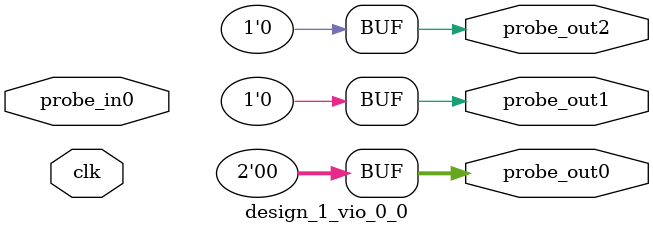
<source format=v>
`timescale 1ns / 1ps
module design_1_vio_0_0 (
clk,
probe_in0,
probe_out0,
probe_out1,
probe_out2
);

input clk;
input [0 : 0] probe_in0;

output reg [1 : 0] probe_out0 = 'h0 ;
output reg [0 : 0] probe_out1 = 'h0 ;
output reg [0 : 0] probe_out2 = 'h0 ;


endmodule

</source>
